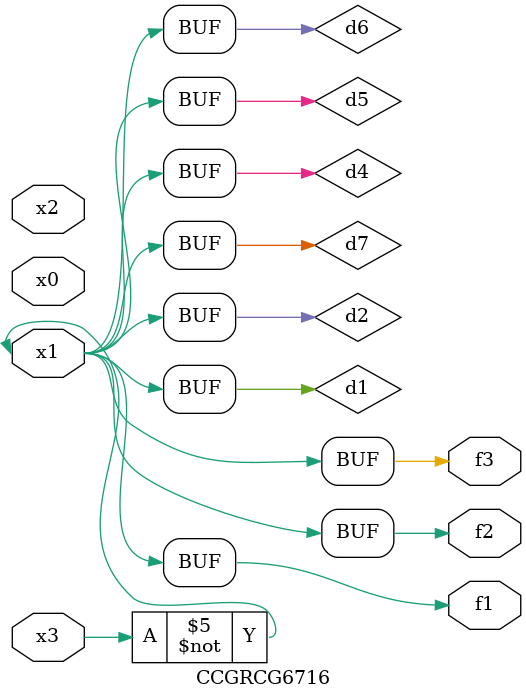
<source format=v>
module CCGRCG6716(
	input x0, x1, x2, x3,
	output f1, f2, f3
);

	wire d1, d2, d3, d4, d5, d6, d7;

	not (d1, x3);
	buf (d2, x1);
	xnor (d3, d1, d2);
	nor (d4, d1);
	buf (d5, d1, d2);
	buf (d6, d4, d5);
	nand (d7, d4);
	assign f1 = d6;
	assign f2 = d7;
	assign f3 = d6;
endmodule

</source>
